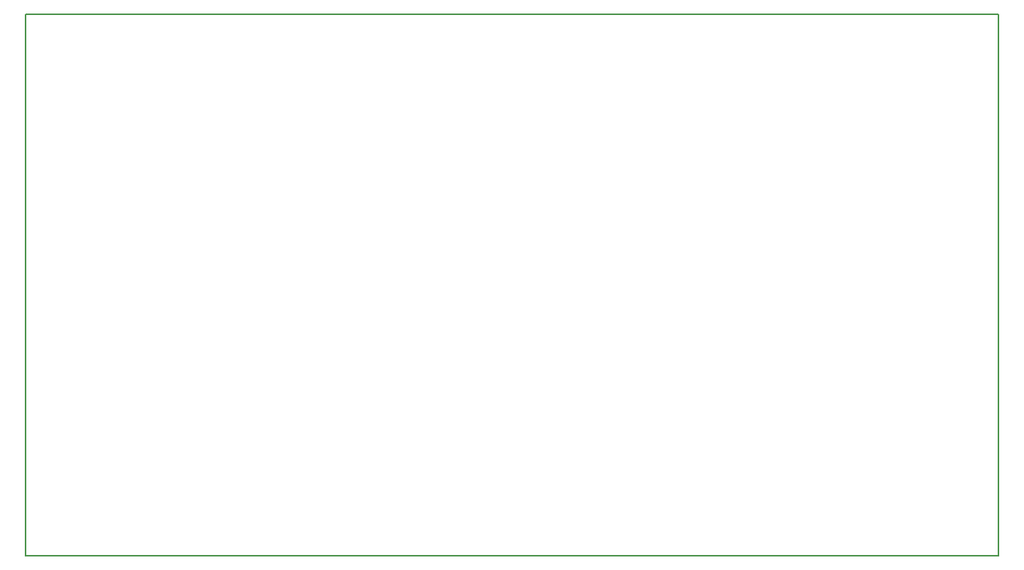
<source format=gm1>
G04 MADE WITH FRITZING*
G04 WWW.FRITZING.ORG*
G04 DOUBLE SIDED*
G04 HOLES PLATED*
G04 CONTOUR ON CENTER OF CONTOUR VECTOR*
%ASAXBY*%
%FSLAX23Y23*%
%MOIN*%
%OFA0B0*%
%SFA1.0B1.0*%
%ADD10R,4.323040X2.410890*%
%ADD11C,0.008000*%
%ADD10C,0.008*%
%LNCONTOUR*%
G90*
G70*
G54D10*
G54D11*
X4Y2407D02*
X4319Y2407D01*
X4319Y4D01*
X4Y4D01*
X4Y2407D01*
D02*
G04 End of contour*
M02*
</source>
